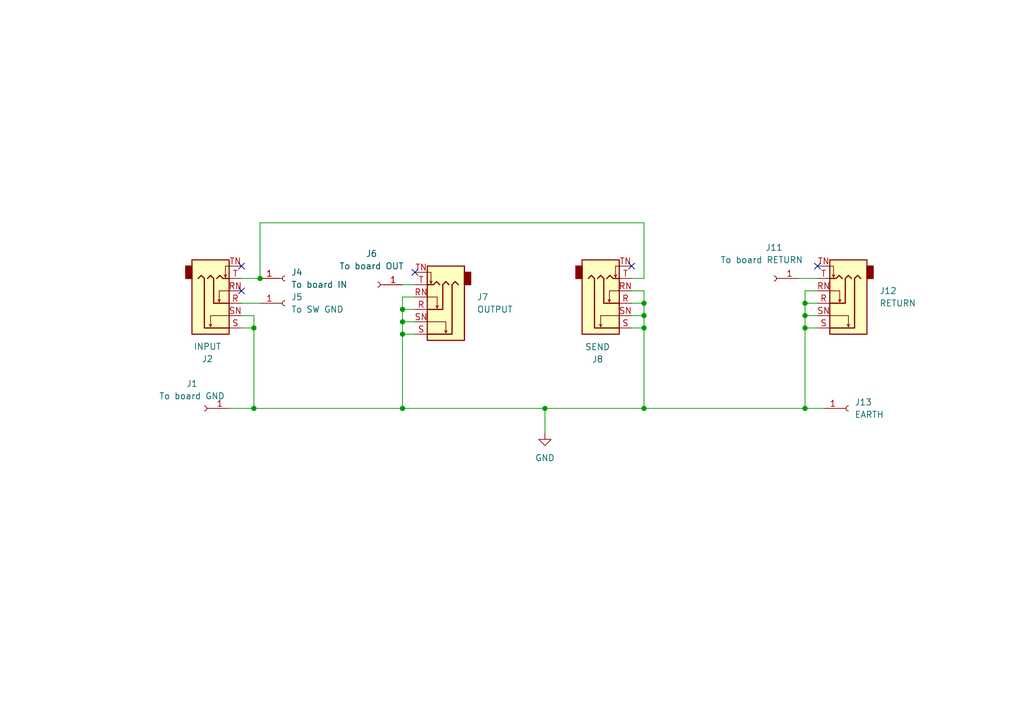
<source format=kicad_sch>
(kicad_sch (version 20211123) (generator eeschema)
  (paper "A5")
  (title_block (title "Jacks Interface") (date "2024-06-12") (rev "1.2") (company "ARAGI (https://101010.fun)"))
  (lib_symbols
    (symbol "Connector:AudioJack3_Switch"
      (property "Reference" "J" (at 0 11.43 0))
      (property "Value" "AudioJack3_Switch" (at 0 8.89 0))
      (symbol "AudioJack3_Switch_0_1"
        (rectangle (start -5.08 -5.08) (end -6.35 -7.62) (stroke (width 0.254)) (fill (type outline)))
        (polyline (pts (xy -1.27 4.826) (xy -1.016 4.318)))
        (polyline (pts (xy 0.508 -0.254) (xy 0.762 -0.762)))
        (polyline (pts (xy 1.778 -5.334) (xy 2.032 -5.842)))
        (polyline (pts (xy 0 -5.08) (xy 0.635 -5.715) (xy 1.27 -5.08) (xy 2.54 -5.08)) (stroke (width 0.254)))
        (polyline (pts (xy 2.54 -7.62) (xy 1.778 -7.62) (xy 1.778 -5.334) (xy 1.524 -5.842)))
        (polyline (pts (xy 2.54 -2.54) (xy 0.508 -2.54) (xy 0.508 -0.254) (xy 0.254 -0.762)))
        (polyline (pts (xy 2.54 2.54) (xy -1.27 2.54) (xy -1.27 4.826) (xy -1.524 4.318)))
        (polyline (pts (xy -1.905 -5.08) (xy -1.27 -5.715) (xy -0.635 -5.08) (xy -0.635 0) (xy 2.54 0)) (stroke (width 0.254)))
        (polyline (pts (xy 2.54 5.08) (xy -2.54 5.08) (xy -2.54 -5.08) (xy -3.175 -5.715) (xy -3.81 -5.08)) (stroke (width 0.254)))
        (rectangle (start 2.54 6.35) (end -5.08 -8.89) (stroke (width 0.254)) (fill (type background)))
      )
      (symbol "AudioJack3_Switch_1_1"
        (pin passive line (at 5.08 0 180) (length 2.54) (name "~") (number "R"))
        (pin passive line (at 5.08 -2.54 180) (length 2.54) (name "~") (number "RN"))
        (pin passive line (at 5.08 5.08 180) (length 2.54) (name "~") (number "S"))
        (pin passive line (at 5.08 2.54 180) (length 2.54) (name "~") (number "SN"))
        (pin passive line (at 5.08 -5.08 180) (length 2.54) (name "~") (number "T"))
        (pin passive line (at 5.08 -7.62 180) (length 2.54) (name "~") (number "TN"))
      )
    )
    (symbol "Connector:Conn_01x01_Female" (pin_names (offset 1.016) hide)
      (property "Reference" "J" (at 0 2.54 0))
      (property "Value" "Conn_01x01_Female" (at 0 -2.54 0))
      (symbol "Conn_01x01_Female_1_1"
        (polyline (pts (xy -1.27 0) (xy -0.508 0)) (stroke (width 0.1524)))
        (arc (start 0 0.508) (mid -0.508 0) (end 0 -0.508) (stroke (width 0.1524)))
        (pin passive line (at -5.08 0 0) (length 3.81) (name "Pin_1") (number "1"))
      )
    )
    (symbol "power:GND" (power) (pin_names (offset 0))
      (property "Value" "GND" (at 0 -3.81 0))
      (symbol "GND_0_1"
        (polyline (pts (xy 0 0) (xy 0 -1.27) (xy 1.27 -1.27) (xy 0 -2.54) (xy -1.27 -1.27) (xy 0 -1.27)))
      )
      (symbol "GND_1_1"
        (pin power_in line (at 0 0 270) (length 0) hide (name "GND") (number "1"))
      )
    )
  )
  (junction (at 132.08 64.77))
  (junction (at 165.1 62.23))
  (junction (at 53.34 57.15))
  (junction (at 52.07 67.31))
  (junction (at 82.55 66.04))
  (junction (at 132.08 83.82))
  (junction (at 82.55 68.58))
  (junction (at 165.1 83.82))
  (junction (at 165.1 64.77))
  (junction (at 82.55 83.82))
  (junction (at 111.76 83.82))
  (junction (at 165.1 67.31))
  (junction (at 82.55 63.5))
  (junction (at 52.07 83.82))
  (junction (at 132.08 62.23))
  (junction (at 132.08 67.31))
  (no_connect (at 129.54 54.61))
  (no_connect (at 49.53 54.61))
  (no_connect (at 49.53 59.69))
  (no_connect (at 167.64 54.61))
  (no_connect (at 85.09 55.88))
  (wire (pts (xy 129.54 59.69) (xy 132.08 59.69)))
  (wire (pts (xy 82.55 66.04) (xy 82.55 68.58)))
  (wire (pts (xy 46.99 83.82) (xy 52.07 83.82)))
  (wire (pts (xy 52.07 83.82) (xy 82.55 83.82)))
  (wire (pts (xy 165.1 62.23) (xy 165.1 64.77)))
  (wire (pts (xy 132.08 64.77) (xy 132.08 67.31)))
  (wire (pts (xy 165.1 64.77) (xy 165.1 67.31)))
  (wire (pts (xy 49.53 62.23) (xy 53.34 62.23)))
  (wire (pts (xy 132.08 67.31) (xy 129.54 67.31)))
  (wire (pts (xy 132.08 62.23) (xy 132.08 64.77)))
  (wire (pts (xy 132.08 83.82) (xy 132.08 67.31)))
  (wire (pts (xy 132.08 45.72) (xy 132.08 57.15)))
  (wire (pts (xy 52.07 64.77) (xy 52.07 67.31)))
  (wire (pts (xy 132.08 59.69) (xy 132.08 62.23)))
  (wire (pts (xy 165.1 64.77) (xy 167.64 64.77)))
  (wire (pts (xy 168.91 83.82) (xy 165.1 83.82)))
  (wire (pts (xy 167.64 62.23) (xy 165.1 62.23)))
  (wire (pts (xy 129.54 62.23) (xy 132.08 62.23)))
  (wire (pts (xy 49.53 57.15) (xy 53.34 57.15)))
  (wire (pts (xy 132.08 83.82) (xy 165.1 83.82)))
  (wire (pts (xy 165.1 67.31) (xy 165.1 83.82)))
  (wire (pts (xy 165.1 59.69) (xy 165.1 62.23)))
  (wire (pts (xy 165.1 59.69) (xy 167.64 59.69)))
  (wire (pts (xy 85.09 60.96) (xy 82.55 60.96)))
  (wire (pts (xy 82.55 60.96) (xy 82.55 63.5)))
  (wire (pts (xy 111.76 83.82) (xy 132.08 83.82)))
  (wire (pts (xy 82.55 63.5) (xy 82.55 66.04)))
  (wire (pts (xy 111.76 83.82) (xy 111.76 88.9)))
  (wire (pts (xy 82.55 83.82) (xy 111.76 83.82)))
  (wire (pts (xy 163.83 57.15) (xy 167.64 57.15)))
  (wire (pts (xy 82.55 66.04) (xy 85.09 66.04)))
  (wire (pts (xy 129.54 57.15) (xy 132.08 57.15)))
  (wire (pts (xy 82.55 68.58) (xy 82.55 83.82)))
  (wire (pts (xy 53.34 45.72) (xy 53.34 57.15)))
  (wire (pts (xy 52.07 67.31) (xy 52.07 83.82)))
  (wire (pts (xy 129.54 64.77) (xy 132.08 64.77)))
  (wire (pts (xy 53.34 45.72) (xy 132.08 45.72)))
  (wire (pts (xy 85.09 63.5) (xy 82.55 63.5)))
  (wire (pts (xy 165.1 67.31) (xy 167.64 67.31)))
  (wire (pts (xy 82.55 68.58) (xy 85.09 68.58)))
  (wire (pts (xy 52.07 64.77) (xy 49.53 64.77)))
  (wire (pts (xy 82.55 58.42) (xy 85.09 58.42)))
  (wire (pts (xy 52.07 67.31) (xy 49.53 67.31)))
  (symbol (lib_id "Connector:AudioJack3_Switch") (at 172.72 62.23 180) (unit 1)
    (property "Reference" "J12" (at 180.34 59.6899 0) (effects (justify right)))
    (property "Value" "RETURN" (at 180.34 62.2299 0) (effects (justify right)))
    (property "Footprint" "My_Parts:Jack_6.35mm_Neutrik_6P" (effects hide))
  )
  (symbol (lib_id "power:GND") (at 111.76 88.9 0) (unit 1)
    (property "Reference" "#PWR01" (effects hide))
    (property "Value" "GND" (at 111.76 93.98 0))
  )
  (symbol (lib_id "Connector:Conn_01x01_Female") (at 41.91 83.82 180) (unit 1)
    (property "Reference" "J1" (at 39.37 78.74 0))
    (property "Value" "To board GND" (at 39.37 81.28 0))
    (property "Footprint" "My_Parts:Header_Pin_1p_Large_GND" (effects hide))
  )
  (symbol (lib_id "Connector:AudioJack3_Switch") (at 90.17 63.5 180) (unit 1)
    (property "Reference" "J7" (at 97.79 60.9599 0) (effects (justify right)))
    (property "Value" "OUTPUT" (at 97.79 63.4999 0) (effects (justify right)))
    (property "Footprint" "My_Parts:Jack_6.35mm_Neutrik_6P" (effects hide))
  )
  (symbol (lib_id "Connector:Conn_01x01_Female") (at 58.42 57.15 0) (unit 1)
    (property "Reference" "J4" (at 59.69 55.8799 0) (effects (justify left)))
    (property "Value" "To board IN" (at 59.69 58.4199 0) (effects (justify left)))
    (property "Footprint" "My_Parts:Header_Pin_1p_Large_IN" (effects hide))
  )
  (symbol (lib_id "Connector:AudioJack3_Switch") (at 44.45 62.23 0) (mirror x) (unit 1)
    (property "Reference" "J2" (at 42.545 73.66 0))
    (property "Value" "INPUT" (at 42.545 71.12 0))
    (property "Footprint" "My_Parts:Jack_6.35mm_Neutrik_6P" (effects hide))
  )
  (symbol (lib_id "Connector:AudioJack3_Switch") (at 124.46 62.23 0) (mirror x) (unit 1)
    (property "Reference" "J8" (at 122.555 73.7369 0))
    (property "Value" "SEND" (at 122.555 71.1969 0))
    (property "Footprint" "My_Parts:Jack_6.35mm_Neutrik_6P" (effects hide))
  )
  (symbol (lib_id "Connector:Conn_01x01_Female") (at 77.47 58.42 180) (unit 1)
    (property "Reference" "J6" (at 76.2 52.07 0))
    (property "Value" "To board OUT" (at 76.2 54.61 0))
    (property "Footprint" "My_Parts:Header_Pin_1p_Large_OUT" (effects hide))
  )
  (symbol (lib_id "Connector:Conn_01x01_Female") (at 58.42 62.23 0) (unit 1)
    (property "Reference" "J5" (at 59.69 60.9599 0) (effects (justify left)))
    (property "Value" "To SW GND" (at 59.69 63.4999 0) (effects (justify left)))
    (property "Footprint" "My_Parts:Header_Pin_1p_Large_GND" (effects hide))
  )
  (symbol (lib_id "Connector:Conn_01x01_Female") (at 158.75 57.15 180) (unit 1)
    (property "Reference" "J11" (at 158.75 50.8 0))
    (property "Value" "To board RETURN" (at 156.21 53.34 0))
    (property "Footprint" "My_Parts:Header_Pin_1p_Large" (effects hide))
  )
  (symbol (lib_id "Connector:Conn_01x01_Female") (at 173.99 83.82 0) (unit 1)
    (property "Reference" "J13" (at 175.26 82.5499 0) (effects (justify left)))
    (property "Value" "EARTH" (at 175.26 85.0899 0) (effects (justify left)))
    (property "Footprint" "My_Parts:Header_Pin_1p_Large_GND" (effects hide))
  )
)
</source>
